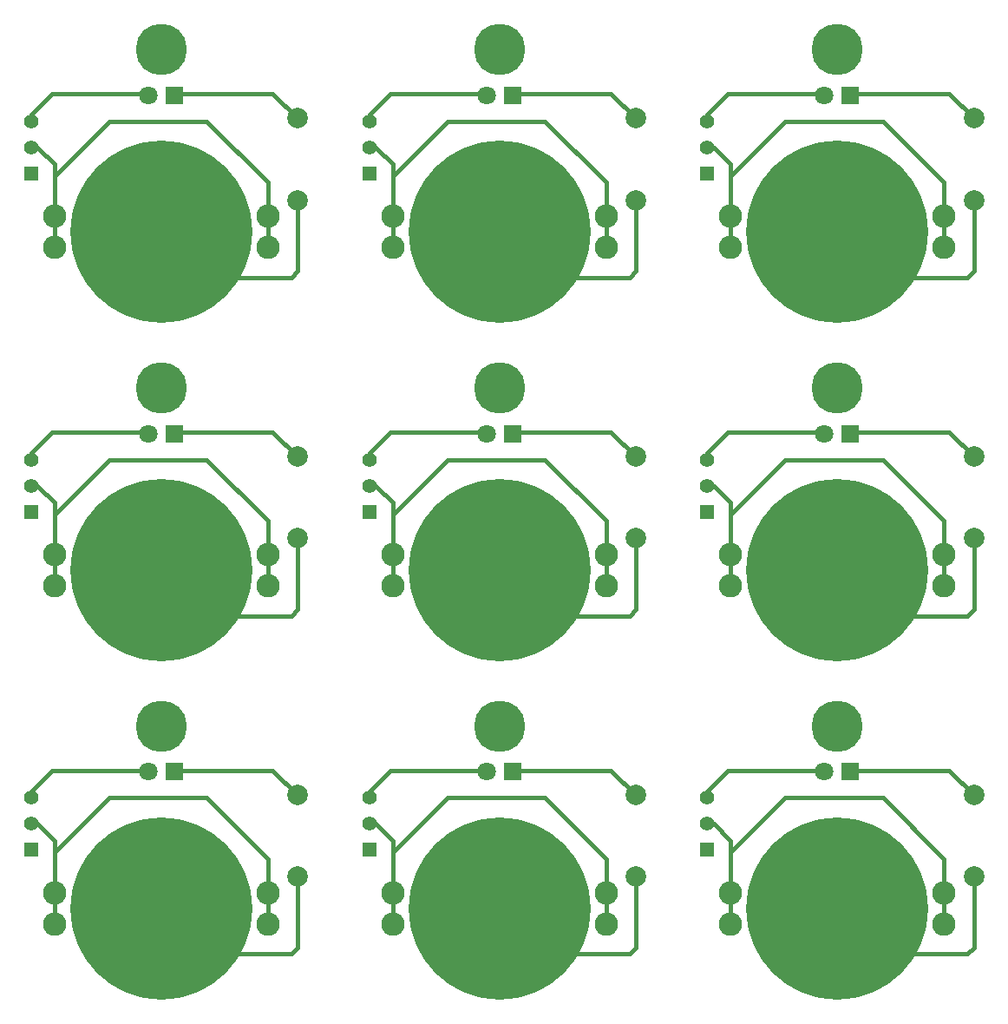
<source format=gbl>
%MOIN*%
%OFA0B0*%
%FSLAX46Y46*%
%IPPOS*%
%LPD*%
%ADD10C,0.0039370078740157488*%
%ADD11C,0.070866141732283464*%
%ADD12R,0.070866141732283464X0.070866141732283464*%
%ADD13C,0.0787*%
%ADD14C,0.19685039370078741*%
%ADD15C,0.090000000000000011*%
%ADD16C,0.70000000000000007*%
%ADD17R,0.055000000000000007X0.055000000000000007*%
%ADD18C,0.055000000000000007*%
%ADD19C,0.016*%
%ADD30C,0.0039370078740157488*%
%ADD31C,0.070866141732283464*%
%ADD32R,0.070866141732283464X0.070866141732283464*%
%ADD33C,0.0787*%
%ADD34C,0.19685039370078741*%
%ADD35C,0.090000000000000011*%
%ADD36C,0.70000000000000007*%
%ADD37R,0.055000000000000007X0.055000000000000007*%
%ADD38C,0.055000000000000007*%
%ADD39C,0.016*%
%ADD40C,0.0039370078740157488*%
%ADD41C,0.070866141732283464*%
%ADD42R,0.070866141732283464X0.070866141732283464*%
%ADD43C,0.0787*%
%ADD44C,0.19685039370078741*%
%ADD45C,0.090000000000000011*%
%ADD46C,0.70000000000000007*%
%ADD47R,0.055000000000000007X0.055000000000000007*%
%ADD48C,0.055000000000000007*%
%ADD49C,0.016*%
%ADD50C,0.0039370078740157488*%
%ADD51C,0.070866141732283464*%
%ADD52R,0.070866141732283464X0.070866141732283464*%
%ADD53C,0.0787*%
%ADD54C,0.19685039370078741*%
%ADD55C,0.090000000000000011*%
%ADD56C,0.70000000000000007*%
%ADD57R,0.055000000000000007X0.055000000000000007*%
%ADD58C,0.055000000000000007*%
%ADD59C,0.016*%
%ADD60C,0.0039370078740157488*%
%ADD61C,0.070866141732283464*%
%ADD62R,0.070866141732283464X0.070866141732283464*%
%ADD63C,0.0787*%
%ADD64C,0.19685039370078741*%
%ADD65C,0.090000000000000011*%
%ADD66C,0.70000000000000007*%
%ADD67R,0.055000000000000007X0.055000000000000007*%
%ADD68C,0.055000000000000007*%
%ADD69C,0.016*%
%ADD70C,0.0039370078740157488*%
%ADD71C,0.070866141732283464*%
%ADD72R,0.070866141732283464X0.070866141732283464*%
%ADD73C,0.0787*%
%ADD74C,0.19685039370078741*%
%ADD75C,0.090000000000000011*%
%ADD76C,0.70000000000000007*%
%ADD77R,0.055000000000000007X0.055000000000000007*%
%ADD78C,0.055000000000000007*%
%ADD79C,0.016*%
%ADD80C,0.0039370078740157488*%
%ADD81C,0.070866141732283464*%
%ADD82R,0.070866141732283464X0.070866141732283464*%
%ADD83C,0.0787*%
%ADD84C,0.19685039370078741*%
%ADD85C,0.090000000000000011*%
%ADD86C,0.70000000000000007*%
%ADD87R,0.055000000000000007X0.055000000000000007*%
%ADD88C,0.055000000000000007*%
%ADD89C,0.016*%
%ADD90C,0.0039370078740157488*%
%ADD91C,0.070866141732283464*%
%ADD92R,0.070866141732283464X0.070866141732283464*%
%ADD93C,0.0787*%
%ADD94C,0.19685039370078741*%
%ADD95C,0.090000000000000011*%
%ADD96C,0.70000000000000007*%
%ADD97R,0.055000000000000007X0.055000000000000007*%
%ADD98C,0.055000000000000007*%
%ADD99C,0.016*%
%ADD100C,0.0039370078740157488*%
%ADD101C,0.070866141732283464*%
%ADD102R,0.070866141732283464X0.070866141732283464*%
%ADD103C,0.0787*%
%ADD104C,0.19685039370078741*%
%ADD105C,0.090000000000000011*%
%ADD106C,0.70000000000000007*%
%ADD107R,0.055000000000000007X0.055000000000000007*%
%ADD108C,0.055000000000000007*%
%ADD109C,0.016*%
G01*
D10*
D11*
X-0006300000Y0004050000D02*
X0000549999Y0000925000D03*
D12*
X0000649999Y0000925000D03*
D13*
X0001124999Y0000837480D03*
X0001124999Y0000522519D03*
D14*
X0000599999Y0001100000D03*
D15*
X0001009999Y0000340000D03*
X0000189999Y0000340000D03*
X0001009999Y0000460000D03*
X0000189999Y0000460000D03*
D16*
X0000599999Y0000400000D03*
D17*
X0000099999Y0000625000D03*
D18*
X0000099999Y0000725000D03*
X0000099999Y0000825000D03*
D19*
X0000189999Y0000460000D02*
X0000189999Y0000615000D01*
X0001009999Y0000590000D02*
X0001009999Y0000460000D01*
X0000774999Y0000825000D02*
X0001009999Y0000590000D01*
X0000399999Y0000825000D02*
X0000774999Y0000825000D01*
X0000189999Y0000615000D02*
X0000399999Y0000825000D01*
X0000189999Y0000460000D02*
X0000189999Y0000660000D01*
X0000189999Y0000660000D02*
X0000124999Y0000725000D01*
X0000124999Y0000725000D02*
X0000099999Y0000725000D01*
X0001009999Y0000340000D02*
X0001009999Y0000460000D01*
X0000189999Y0000340000D02*
X0000189999Y0000460000D01*
X0001027480Y0000930000D02*
X0001124999Y0000837480D01*
X0000649999Y0000930000D02*
X0001027480Y0000930000D01*
X0000179999Y0000930000D02*
X0000549999Y0000930000D01*
X0000099999Y0000825000D02*
X0000099999Y0000850000D01*
X0000099999Y0000850000D02*
X0000179999Y0000930000D01*
X0001124999Y0000522519D02*
X0001124999Y0000250000D01*
X0001099999Y0000225000D02*
X0000774999Y0000225000D01*
X0001124999Y0000250000D02*
X0001099999Y0000225000D01*
X0000774999Y0000225000D02*
X0000599999Y0000400000D01*
X0001124999Y0000522519D02*
X0001124999Y0000555000D01*
X0000792519Y0000592519D02*
X0000599999Y0000400000D01*
X0000599999Y0000400000D02*
X0000774999Y0000400000D01*
G04 next file*
G04 #@! TF.FileFunction,Copper,L2,Bot,Signal*
G04 Gerber Fmt 4.6, Leading zero omitted, Abs format (unit mm)*
G04 Created by KiCad (PCBNEW 4.0.7) date 02/23/20 08:48:36*
G01*
G04 APERTURE LIST*
G04 APERTURE END LIST*
D30*
D31*
X-0006300000Y0005349212D02*
X0000549999Y0002224212D03*
D32*
X0000649999Y0002224212D03*
D33*
X0001124999Y0002136692D03*
X0001124999Y0001821732D03*
D34*
X0000599999Y0002399212D03*
D35*
X0001009999Y0001639212D03*
X0000189999Y0001639212D03*
X0001009999Y0001759212D03*
X0000189999Y0001759212D03*
D36*
X0000599999Y0001699212D03*
D37*
X0000099999Y0001924212D03*
D38*
X0000099999Y0002024212D03*
X0000099999Y0002124212D03*
D39*
X0000189999Y0001759212D02*
X0000189999Y0001914212D01*
X0001009999Y0001889212D02*
X0001009999Y0001759212D01*
X0000774999Y0002124212D02*
X0001009999Y0001889212D01*
X0000399999Y0002124212D02*
X0000774999Y0002124212D01*
X0000189999Y0001914212D02*
X0000399999Y0002124212D01*
X0000189999Y0001759212D02*
X0000189999Y0001959212D01*
X0000189999Y0001959212D02*
X0000124999Y0002024212D01*
X0000124999Y0002024212D02*
X0000099999Y0002024212D01*
X0001009999Y0001639212D02*
X0001009999Y0001759212D01*
X0000189999Y0001639212D02*
X0000189999Y0001759212D01*
X0001027480Y0002229212D02*
X0001124999Y0002136692D01*
X0000649999Y0002229212D02*
X0001027480Y0002229212D01*
X0000179999Y0002229212D02*
X0000549999Y0002229212D01*
X0000099999Y0002124212D02*
X0000099999Y0002149212D01*
X0000099999Y0002149212D02*
X0000179999Y0002229212D01*
X0001124999Y0001821732D02*
X0001124999Y0001549212D01*
X0001099999Y0001524212D02*
X0000774999Y0001524212D01*
X0001124999Y0001549212D02*
X0001099999Y0001524212D01*
X0000774999Y0001524212D02*
X0000599999Y0001699212D01*
X0001124999Y0001821732D02*
X0001124999Y0001854212D01*
X0000792519Y0001891732D02*
X0000599999Y0001699212D01*
X0000599999Y0001699212D02*
X0000774999Y0001699212D01*
G04 next file*
G04 #@! TF.FileFunction,Copper,L2,Bot,Signal*
G04 Gerber Fmt 4.6, Leading zero omitted, Abs format (unit mm)*
G04 Created by KiCad (PCBNEW 4.0.7) date 02/23/20 08:48:36*
G01*
G04 APERTURE LIST*
G04 APERTURE END LIST*
D40*
D41*
X-0006300000Y0006648425D02*
X0000549999Y0003523425D03*
D42*
X0000649999Y0003523425D03*
D43*
X0001124999Y0003435905D03*
X0001124999Y0003120944D03*
D44*
X0000599999Y0003698425D03*
D45*
X0001009999Y0002938425D03*
X0000189999Y0002938425D03*
X0001009999Y0003058425D03*
X0000189999Y0003058425D03*
D46*
X0000599999Y0002998425D03*
D47*
X0000099999Y0003223425D03*
D48*
X0000099999Y0003323425D03*
X0000099999Y0003423425D03*
D49*
X0000189999Y0003058425D02*
X0000189999Y0003213425D01*
X0001009999Y0003188425D02*
X0001009999Y0003058425D01*
X0000774999Y0003423425D02*
X0001009999Y0003188425D01*
X0000399999Y0003423425D02*
X0000774999Y0003423425D01*
X0000189999Y0003213425D02*
X0000399999Y0003423425D01*
X0000189999Y0003058425D02*
X0000189999Y0003258425D01*
X0000189999Y0003258425D02*
X0000124999Y0003323425D01*
X0000124999Y0003323425D02*
X0000099999Y0003323425D01*
X0001009999Y0002938425D02*
X0001009999Y0003058425D01*
X0000189999Y0002938425D02*
X0000189999Y0003058425D01*
X0001027480Y0003528425D02*
X0001124999Y0003435905D01*
X0000649999Y0003528425D02*
X0001027480Y0003528425D01*
X0000179999Y0003528425D02*
X0000549999Y0003528425D01*
X0000099999Y0003423425D02*
X0000099999Y0003448425D01*
X0000099999Y0003448425D02*
X0000179999Y0003528425D01*
X0001124999Y0003120944D02*
X0001124999Y0002848425D01*
X0001099999Y0002823425D02*
X0000774999Y0002823425D01*
X0001124999Y0002848425D02*
X0001099999Y0002823425D01*
X0000774999Y0002823425D02*
X0000599999Y0002998425D01*
X0001124999Y0003120944D02*
X0001124999Y0003153425D01*
X0000792519Y0003190944D02*
X0000599999Y0002998425D01*
X0000599999Y0002998425D02*
X0000774999Y0002998425D01*
G04 next file*
G04 #@! TF.FileFunction,Copper,L2,Bot,Signal*
G04 Gerber Fmt 4.6, Leading zero omitted, Abs format (unit mm)*
G04 Created by KiCad (PCBNEW 4.0.7) date 02/23/20 08:48:36*
G01*
G04 APERTURE LIST*
G04 APERTURE END LIST*
D50*
D51*
X-0005000787Y0004050000D02*
X0001849212Y0000925000D03*
D52*
X0001949212Y0000925000D03*
D53*
X0002424212Y0000837480D03*
X0002424212Y0000522519D03*
D54*
X0001899212Y0001100000D03*
D55*
X0002309212Y0000340000D03*
X0001489212Y0000340000D03*
X0002309212Y0000460000D03*
X0001489212Y0000460000D03*
D56*
X0001899212Y0000400000D03*
D57*
X0001399212Y0000625000D03*
D58*
X0001399212Y0000725000D03*
X0001399212Y0000825000D03*
D59*
X0001489212Y0000460000D02*
X0001489212Y0000615000D01*
X0002309212Y0000590000D02*
X0002309212Y0000460000D01*
X0002074212Y0000825000D02*
X0002309212Y0000590000D01*
X0001699212Y0000825000D02*
X0002074212Y0000825000D01*
X0001489212Y0000615000D02*
X0001699212Y0000825000D01*
X0001489212Y0000460000D02*
X0001489212Y0000660000D01*
X0001489212Y0000660000D02*
X0001424212Y0000725000D01*
X0001424212Y0000725000D02*
X0001399212Y0000725000D01*
X0002309212Y0000340000D02*
X0002309212Y0000460000D01*
X0001489212Y0000340000D02*
X0001489212Y0000460000D01*
X0002326693Y0000930000D02*
X0002424212Y0000837480D01*
X0001949212Y0000930000D02*
X0002326693Y0000930000D01*
X0001479212Y0000930000D02*
X0001849212Y0000930000D01*
X0001399212Y0000825000D02*
X0001399212Y0000850000D01*
X0001399212Y0000850000D02*
X0001479212Y0000930000D01*
X0002424212Y0000522519D02*
X0002424212Y0000250000D01*
X0002399212Y0000225000D02*
X0002074212Y0000225000D01*
X0002424212Y0000250000D02*
X0002399212Y0000225000D01*
X0002074212Y0000225000D02*
X0001899212Y0000400000D01*
X0002424212Y0000522519D02*
X0002424212Y0000555000D01*
X0002091732Y0000592519D02*
X0001899212Y0000400000D01*
X0001899212Y0000400000D02*
X0002074212Y0000400000D01*
G04 next file*
G04 #@! TF.FileFunction,Copper,L2,Bot,Signal*
G04 Gerber Fmt 4.6, Leading zero omitted, Abs format (unit mm)*
G04 Created by KiCad (PCBNEW 4.0.7) date 02/23/20 08:48:36*
G01*
G04 APERTURE LIST*
G04 APERTURE END LIST*
D60*
D61*
X-0003701574Y0004050000D02*
X0003148425Y0000925000D03*
D62*
X0003248425Y0000925000D03*
D63*
X0003723425Y0000837480D03*
X0003723425Y0000522519D03*
D64*
X0003198425Y0001100000D03*
D65*
X0003608425Y0000340000D03*
X0002788425Y0000340000D03*
X0003608425Y0000460000D03*
X0002788425Y0000460000D03*
D66*
X0003198425Y0000400000D03*
D67*
X0002698425Y0000625000D03*
D68*
X0002698425Y0000725000D03*
X0002698425Y0000825000D03*
D69*
X0002788425Y0000460000D02*
X0002788425Y0000615000D01*
X0003608425Y0000590000D02*
X0003608425Y0000460000D01*
X0003373425Y0000825000D02*
X0003608425Y0000590000D01*
X0002998425Y0000825000D02*
X0003373425Y0000825000D01*
X0002788425Y0000615000D02*
X0002998425Y0000825000D01*
X0002788425Y0000460000D02*
X0002788425Y0000660000D01*
X0002788425Y0000660000D02*
X0002723425Y0000725000D01*
X0002723425Y0000725000D02*
X0002698425Y0000725000D01*
X0003608425Y0000340000D02*
X0003608425Y0000460000D01*
X0002788425Y0000340000D02*
X0002788425Y0000460000D01*
X0003625905Y0000930000D02*
X0003723425Y0000837480D01*
X0003248425Y0000930000D02*
X0003625905Y0000930000D01*
X0002778425Y0000930000D02*
X0003148425Y0000930000D01*
X0002698425Y0000825000D02*
X0002698425Y0000850000D01*
X0002698425Y0000850000D02*
X0002778425Y0000930000D01*
X0003723425Y0000522519D02*
X0003723425Y0000250000D01*
X0003698425Y0000225000D02*
X0003373425Y0000225000D01*
X0003723425Y0000250000D02*
X0003698425Y0000225000D01*
X0003373425Y0000225000D02*
X0003198425Y0000400000D01*
X0003723425Y0000522519D02*
X0003723425Y0000555000D01*
X0003390945Y0000592519D02*
X0003198425Y0000400000D01*
X0003198425Y0000400000D02*
X0003373425Y0000400000D01*
G04 next file*
G04 #@! TF.FileFunction,Copper,L2,Bot,Signal*
G04 Gerber Fmt 4.6, Leading zero omitted, Abs format (unit mm)*
G04 Created by KiCad (PCBNEW 4.0.7) date 02/23/20 08:48:36*
G01*
G04 APERTURE LIST*
G04 APERTURE END LIST*
D70*
D71*
X-0005000787Y0005349212D02*
X0001849212Y0002224212D03*
D72*
X0001949212Y0002224212D03*
D73*
X0002424212Y0002136692D03*
X0002424212Y0001821732D03*
D74*
X0001899212Y0002399212D03*
D75*
X0002309212Y0001639212D03*
X0001489212Y0001639212D03*
X0002309212Y0001759212D03*
X0001489212Y0001759212D03*
D76*
X0001899212Y0001699212D03*
D77*
X0001399212Y0001924212D03*
D78*
X0001399212Y0002024212D03*
X0001399212Y0002124212D03*
D79*
X0001489212Y0001759212D02*
X0001489212Y0001914212D01*
X0002309212Y0001889212D02*
X0002309212Y0001759212D01*
X0002074212Y0002124212D02*
X0002309212Y0001889212D01*
X0001699212Y0002124212D02*
X0002074212Y0002124212D01*
X0001489212Y0001914212D02*
X0001699212Y0002124212D01*
X0001489212Y0001759212D02*
X0001489212Y0001959212D01*
X0001489212Y0001959212D02*
X0001424212Y0002024212D01*
X0001424212Y0002024212D02*
X0001399212Y0002024212D01*
X0002309212Y0001639212D02*
X0002309212Y0001759212D01*
X0001489212Y0001639212D02*
X0001489212Y0001759212D01*
X0002326693Y0002229212D02*
X0002424212Y0002136692D01*
X0001949212Y0002229212D02*
X0002326693Y0002229212D01*
X0001479212Y0002229212D02*
X0001849212Y0002229212D01*
X0001399212Y0002124212D02*
X0001399212Y0002149212D01*
X0001399212Y0002149212D02*
X0001479212Y0002229212D01*
X0002424212Y0001821732D02*
X0002424212Y0001549212D01*
X0002399212Y0001524212D02*
X0002074212Y0001524212D01*
X0002424212Y0001549212D02*
X0002399212Y0001524212D01*
X0002074212Y0001524212D02*
X0001899212Y0001699212D01*
X0002424212Y0001821732D02*
X0002424212Y0001854212D01*
X0002091732Y0001891732D02*
X0001899212Y0001699212D01*
X0001899212Y0001699212D02*
X0002074212Y0001699212D01*
G04 next file*
G04 #@! TF.FileFunction,Copper,L2,Bot,Signal*
G04 Gerber Fmt 4.6, Leading zero omitted, Abs format (unit mm)*
G04 Created by KiCad (PCBNEW 4.0.7) date 02/23/20 08:48:36*
G01*
G04 APERTURE LIST*
G04 APERTURE END LIST*
D80*
D81*
X-0005000787Y0006648425D02*
X0001849212Y0003523425D03*
D82*
X0001949212Y0003523425D03*
D83*
X0002424212Y0003435905D03*
X0002424212Y0003120944D03*
D84*
X0001899212Y0003698425D03*
D85*
X0002309212Y0002938425D03*
X0001489212Y0002938425D03*
X0002309212Y0003058425D03*
X0001489212Y0003058425D03*
D86*
X0001899212Y0002998425D03*
D87*
X0001399212Y0003223425D03*
D88*
X0001399212Y0003323425D03*
X0001399212Y0003423425D03*
D89*
X0001489212Y0003058425D02*
X0001489212Y0003213425D01*
X0002309212Y0003188425D02*
X0002309212Y0003058425D01*
X0002074212Y0003423425D02*
X0002309212Y0003188425D01*
X0001699212Y0003423425D02*
X0002074212Y0003423425D01*
X0001489212Y0003213425D02*
X0001699212Y0003423425D01*
X0001489212Y0003058425D02*
X0001489212Y0003258425D01*
X0001489212Y0003258425D02*
X0001424212Y0003323425D01*
X0001424212Y0003323425D02*
X0001399212Y0003323425D01*
X0002309212Y0002938425D02*
X0002309212Y0003058425D01*
X0001489212Y0002938425D02*
X0001489212Y0003058425D01*
X0002326693Y0003528425D02*
X0002424212Y0003435905D01*
X0001949212Y0003528425D02*
X0002326693Y0003528425D01*
X0001479212Y0003528425D02*
X0001849212Y0003528425D01*
X0001399212Y0003423425D02*
X0001399212Y0003448425D01*
X0001399212Y0003448425D02*
X0001479212Y0003528425D01*
X0002424212Y0003120944D02*
X0002424212Y0002848425D01*
X0002399212Y0002823425D02*
X0002074212Y0002823425D01*
X0002424212Y0002848425D02*
X0002399212Y0002823425D01*
X0002074212Y0002823425D02*
X0001899212Y0002998425D01*
X0002424212Y0003120944D02*
X0002424212Y0003153425D01*
X0002091732Y0003190944D02*
X0001899212Y0002998425D01*
X0001899212Y0002998425D02*
X0002074212Y0002998425D01*
G04 next file*
G04 #@! TF.FileFunction,Copper,L2,Bot,Signal*
G04 Gerber Fmt 4.6, Leading zero omitted, Abs format (unit mm)*
G04 Created by KiCad (PCBNEW 4.0.7) date 02/23/20 08:48:36*
G01*
G04 APERTURE LIST*
G04 APERTURE END LIST*
D90*
D91*
X-0003701574Y0005349212D02*
X0003148425Y0002224212D03*
D92*
X0003248425Y0002224212D03*
D93*
X0003723425Y0002136692D03*
X0003723425Y0001821732D03*
D94*
X0003198425Y0002399212D03*
D95*
X0003608425Y0001639212D03*
X0002788425Y0001639212D03*
X0003608425Y0001759212D03*
X0002788425Y0001759212D03*
D96*
X0003198425Y0001699212D03*
D97*
X0002698425Y0001924212D03*
D98*
X0002698425Y0002024212D03*
X0002698425Y0002124212D03*
D99*
X0002788425Y0001759212D02*
X0002788425Y0001914212D01*
X0003608425Y0001889212D02*
X0003608425Y0001759212D01*
X0003373425Y0002124212D02*
X0003608425Y0001889212D01*
X0002998425Y0002124212D02*
X0003373425Y0002124212D01*
X0002788425Y0001914212D02*
X0002998425Y0002124212D01*
X0002788425Y0001759212D02*
X0002788425Y0001959212D01*
X0002788425Y0001959212D02*
X0002723425Y0002024212D01*
X0002723425Y0002024212D02*
X0002698425Y0002024212D01*
X0003608425Y0001639212D02*
X0003608425Y0001759212D01*
X0002788425Y0001639212D02*
X0002788425Y0001759212D01*
X0003625905Y0002229212D02*
X0003723425Y0002136692D01*
X0003248425Y0002229212D02*
X0003625905Y0002229212D01*
X0002778425Y0002229212D02*
X0003148425Y0002229212D01*
X0002698425Y0002124212D02*
X0002698425Y0002149212D01*
X0002698425Y0002149212D02*
X0002778425Y0002229212D01*
X0003723425Y0001821732D02*
X0003723425Y0001549212D01*
X0003698425Y0001524212D02*
X0003373425Y0001524212D01*
X0003723425Y0001549212D02*
X0003698425Y0001524212D01*
X0003373425Y0001524212D02*
X0003198425Y0001699212D01*
X0003723425Y0001821732D02*
X0003723425Y0001854212D01*
X0003390945Y0001891732D02*
X0003198425Y0001699212D01*
X0003198425Y0001699212D02*
X0003373425Y0001699212D01*
G04 next file*
G04 #@! TF.FileFunction,Copper,L2,Bot,Signal*
G04 Gerber Fmt 4.6, Leading zero omitted, Abs format (unit mm)*
G04 Created by KiCad (PCBNEW 4.0.7) date 02/23/20 08:48:36*
G01*
G04 APERTURE LIST*
G04 APERTURE END LIST*
D100*
D101*
X-0003701574Y0006648425D02*
X0003148425Y0003523425D03*
D102*
X0003248425Y0003523425D03*
D103*
X0003723425Y0003435905D03*
X0003723425Y0003120944D03*
D104*
X0003198425Y0003698425D03*
D105*
X0003608425Y0002938425D03*
X0002788425Y0002938425D03*
X0003608425Y0003058425D03*
X0002788425Y0003058425D03*
D106*
X0003198425Y0002998425D03*
D107*
X0002698425Y0003223425D03*
D108*
X0002698425Y0003323425D03*
X0002698425Y0003423425D03*
D109*
X0002788425Y0003058425D02*
X0002788425Y0003213425D01*
X0003608425Y0003188425D02*
X0003608425Y0003058425D01*
X0003373425Y0003423425D02*
X0003608425Y0003188425D01*
X0002998425Y0003423425D02*
X0003373425Y0003423425D01*
X0002788425Y0003213425D02*
X0002998425Y0003423425D01*
X0002788425Y0003058425D02*
X0002788425Y0003258425D01*
X0002788425Y0003258425D02*
X0002723425Y0003323425D01*
X0002723425Y0003323425D02*
X0002698425Y0003323425D01*
X0003608425Y0002938425D02*
X0003608425Y0003058425D01*
X0002788425Y0002938425D02*
X0002788425Y0003058425D01*
X0003625905Y0003528425D02*
X0003723425Y0003435905D01*
X0003248425Y0003528425D02*
X0003625905Y0003528425D01*
X0002778425Y0003528425D02*
X0003148425Y0003528425D01*
X0002698425Y0003423425D02*
X0002698425Y0003448425D01*
X0002698425Y0003448425D02*
X0002778425Y0003528425D01*
X0003723425Y0003120944D02*
X0003723425Y0002848425D01*
X0003698425Y0002823425D02*
X0003373425Y0002823425D01*
X0003723425Y0002848425D02*
X0003698425Y0002823425D01*
X0003373425Y0002823425D02*
X0003198425Y0002998425D01*
X0003723425Y0003120944D02*
X0003723425Y0003153425D01*
X0003390945Y0003190944D02*
X0003198425Y0002998425D01*
X0003198425Y0002998425D02*
X0003373425Y0002998425D01*
M02*
</source>
